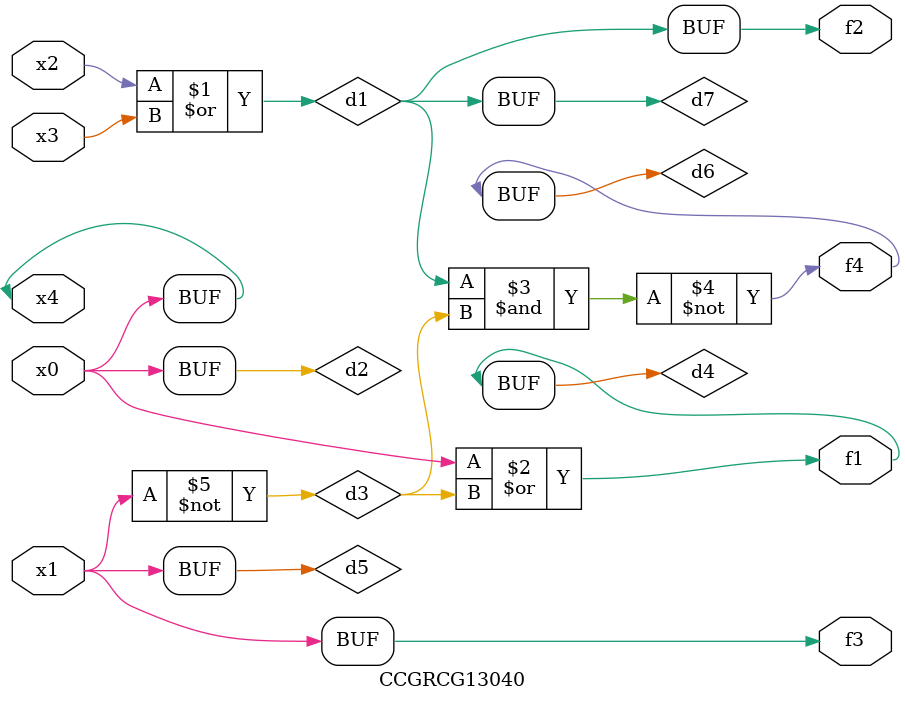
<source format=v>
module CCGRCG13040(
	input x0, x1, x2, x3, x4,
	output f1, f2, f3, f4
);

	wire d1, d2, d3, d4, d5, d6, d7;

	or (d1, x2, x3);
	buf (d2, x0, x4);
	not (d3, x1);
	or (d4, d2, d3);
	not (d5, d3);
	nand (d6, d1, d3);
	or (d7, d1);
	assign f1 = d4;
	assign f2 = d7;
	assign f3 = d5;
	assign f4 = d6;
endmodule

</source>
